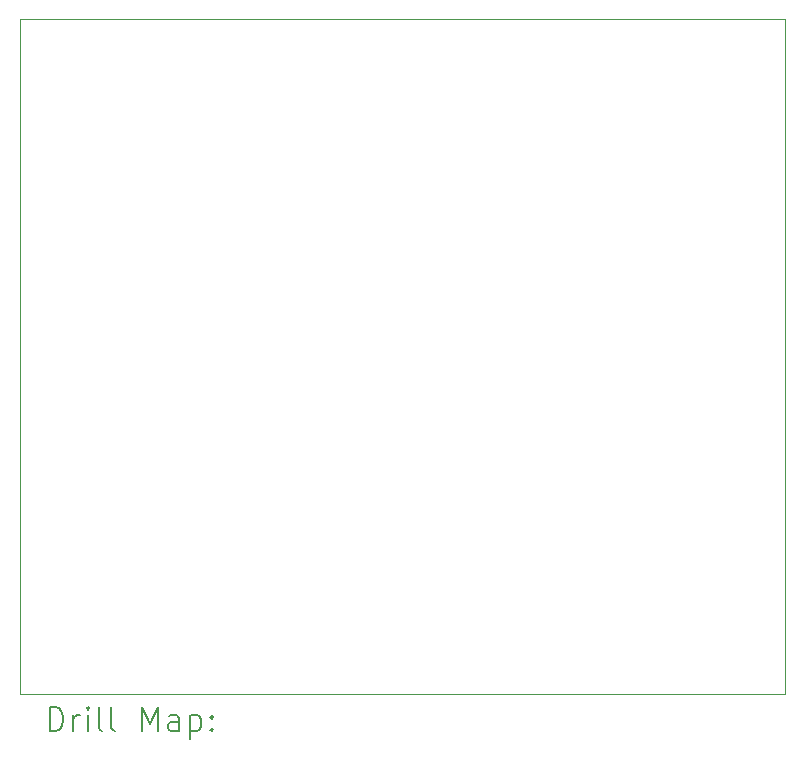
<source format=gbr>
%FSLAX45Y45*%
G04 Gerber Fmt 4.5, Leading zero omitted, Abs format (unit mm)*
G04 Created by KiCad (PCBNEW (6.0.2)) date 2022-06-07 20:48:54*
%MOMM*%
%LPD*%
G01*
G04 APERTURE LIST*
%TA.AperFunction,Profile*%
%ADD10C,0.100000*%
%TD*%
%ADD11C,0.200000*%
G04 APERTURE END LIST*
D10*
X5588000Y-6858000D02*
X12065000Y-6858000D01*
X12065000Y-6858000D02*
X12065000Y-12573000D01*
X12065000Y-12573000D02*
X5588000Y-12573000D01*
X5588000Y-12573000D02*
X5588000Y-6858000D01*
D11*
X5840619Y-12888476D02*
X5840619Y-12688476D01*
X5888238Y-12688476D01*
X5916809Y-12698000D01*
X5935857Y-12717048D01*
X5945381Y-12736095D01*
X5954905Y-12774190D01*
X5954905Y-12802762D01*
X5945381Y-12840857D01*
X5935857Y-12859905D01*
X5916809Y-12878952D01*
X5888238Y-12888476D01*
X5840619Y-12888476D01*
X6040619Y-12888476D02*
X6040619Y-12755143D01*
X6040619Y-12793238D02*
X6050143Y-12774190D01*
X6059667Y-12764667D01*
X6078714Y-12755143D01*
X6097762Y-12755143D01*
X6164428Y-12888476D02*
X6164428Y-12755143D01*
X6164428Y-12688476D02*
X6154905Y-12698000D01*
X6164428Y-12707524D01*
X6173952Y-12698000D01*
X6164428Y-12688476D01*
X6164428Y-12707524D01*
X6288238Y-12888476D02*
X6269190Y-12878952D01*
X6259667Y-12859905D01*
X6259667Y-12688476D01*
X6393000Y-12888476D02*
X6373952Y-12878952D01*
X6364428Y-12859905D01*
X6364428Y-12688476D01*
X6621571Y-12888476D02*
X6621571Y-12688476D01*
X6688238Y-12831333D01*
X6754905Y-12688476D01*
X6754905Y-12888476D01*
X6935857Y-12888476D02*
X6935857Y-12783714D01*
X6926333Y-12764667D01*
X6907286Y-12755143D01*
X6869190Y-12755143D01*
X6850143Y-12764667D01*
X6935857Y-12878952D02*
X6916809Y-12888476D01*
X6869190Y-12888476D01*
X6850143Y-12878952D01*
X6840619Y-12859905D01*
X6840619Y-12840857D01*
X6850143Y-12821809D01*
X6869190Y-12812286D01*
X6916809Y-12812286D01*
X6935857Y-12802762D01*
X7031095Y-12755143D02*
X7031095Y-12955143D01*
X7031095Y-12764667D02*
X7050143Y-12755143D01*
X7088238Y-12755143D01*
X7107286Y-12764667D01*
X7116809Y-12774190D01*
X7126333Y-12793238D01*
X7126333Y-12850381D01*
X7116809Y-12869428D01*
X7107286Y-12878952D01*
X7088238Y-12888476D01*
X7050143Y-12888476D01*
X7031095Y-12878952D01*
X7212048Y-12869428D02*
X7221571Y-12878952D01*
X7212048Y-12888476D01*
X7202524Y-12878952D01*
X7212048Y-12869428D01*
X7212048Y-12888476D01*
X7212048Y-12764667D02*
X7221571Y-12774190D01*
X7212048Y-12783714D01*
X7202524Y-12774190D01*
X7212048Y-12764667D01*
X7212048Y-12783714D01*
M02*

</source>
